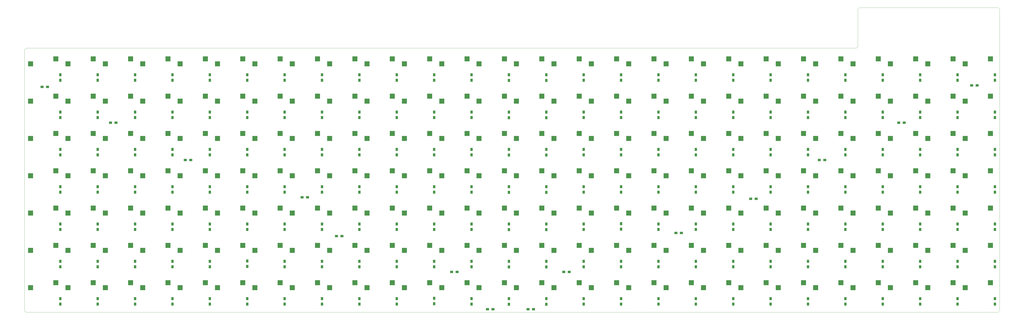
<source format=gbr>
%TF.GenerationSoftware,KiCad,Pcbnew,(6.0.5)*%
%TF.CreationDate,2022-08-07T16:14:43-07:00*%
%TF.ProjectId,Dreadnoughtus,44726561-646e-46f7-9567-687475732e6b,rev?*%
%TF.SameCoordinates,Original*%
%TF.FileFunction,Paste,Bot*%
%TF.FilePolarity,Positive*%
%FSLAX46Y46*%
G04 Gerber Fmt 4.6, Leading zero omitted, Abs format (unit mm)*
G04 Created by KiCad (PCBNEW (6.0.5)) date 2022-08-07 16:14:43*
%MOMM*%
%LPD*%
G01*
G04 APERTURE LIST*
%TA.AperFunction,Profile*%
%ADD10C,0.100000*%
%TD*%
%ADD11R,2.550000X2.500000*%
%ADD12R,1.200000X1.600000*%
%ADD13R,1.600000X1.200000*%
G04 APERTURE END LIST*
D10*
X519659124Y-18646947D02*
X519659124Y-172634447D01*
X518865374Y-173428197D01*
X23565374Y-173428197D01*
X22771624Y-172634447D01*
X22771624Y-39284447D01*
X23565374Y-38490697D01*
X446634124Y-38490697D01*
X447427874Y-37696947D01*
X447427874Y-18646947D01*
X448221624Y-17853197D01*
X518865374Y-17853197D01*
X519659124Y-18646947D01*
D11*
%TO.C,MX131*%
X140146624Y-141836947D03*
X153073624Y-139296947D03*
%TD*%
%TO.C,MX53*%
X387796624Y-122786947D03*
X400723624Y-120246947D03*
%TD*%
%TO.C,MX92*%
X273481318Y-65651098D03*
X286408318Y-63111098D03*
%TD*%
D12*
%TO.C,D80*%
X326777874Y-109321947D03*
X326777874Y-112121947D03*
%TD*%
D11*
%TO.C,MX130*%
X140146624Y-122786947D03*
X153073624Y-120246947D03*
%TD*%
D12*
%TO.C,D102*%
X231527874Y-128371947D03*
X231527874Y-131171947D03*
%TD*%
D11*
%TO.C,MX129*%
X140146624Y-103736947D03*
X153073624Y-101196947D03*
%TD*%
%TO.C,MX155*%
X63946624Y-65636947D03*
X76873624Y-63096947D03*
%TD*%
%TO.C,MX1*%
X483046624Y-65636947D03*
X495973624Y-63096947D03*
%TD*%
D12*
%TO.C,D178*%
X60077874Y-109321947D03*
X60077874Y-112121947D03*
%TD*%
%TO.C,D177*%
X60077874Y-90271947D03*
X60077874Y-93071947D03*
%TD*%
%TO.C,D140*%
X117227874Y-52171947D03*
X117227874Y-54971947D03*
%TD*%
%TO.C,D137*%
X174377874Y-128371947D03*
X174377874Y-131171947D03*
%TD*%
D11*
%TO.C,MX181*%
X44896624Y-160886947D03*
X57823624Y-158346947D03*
%TD*%
%TO.C,MX124*%
X197296624Y-141836947D03*
X210223624Y-139296947D03*
%TD*%
D13*
%TO.C,D212*%
X104715374Y-95640697D03*
X107515374Y-95640697D03*
%TD*%
D12*
%TO.C,D62*%
X345827874Y-166471947D03*
X345827874Y-169271947D03*
%TD*%
%TO.C,D131*%
X155327874Y-147421947D03*
X155327874Y-150221947D03*
%TD*%
D11*
%TO.C,MX18*%
X444946624Y-122786947D03*
X457873624Y-120246947D03*
%TD*%
%TO.C,MX178*%
X44896624Y-103736947D03*
X57823624Y-101196947D03*
%TD*%
%TO.C,MX134*%
X159196624Y-65636947D03*
X172123624Y-63096947D03*
%TD*%
%TO.C,MX109*%
X235396624Y-122786947D03*
X248323624Y-120246947D03*
%TD*%
D12*
%TO.C,D153*%
X136277874Y-166471947D03*
X136277874Y-169271947D03*
%TD*%
%TO.C,D54*%
X402977874Y-147421947D03*
X402977874Y-150221947D03*
%TD*%
%TO.C,D129*%
X155327874Y-109321947D03*
X155327874Y-112121947D03*
%TD*%
%TO.C,D2*%
X498227874Y-90271947D03*
X498227874Y-93071947D03*
%TD*%
%TO.C,D52*%
X402977874Y-109321947D03*
X402977874Y-112121947D03*
%TD*%
D11*
%TO.C,MX33*%
X406846624Y-141836947D03*
X419773624Y-139296947D03*
%TD*%
D12*
%TO.C,D4*%
X498227874Y-128371947D03*
X498227874Y-131171947D03*
%TD*%
%TO.C,D90*%
X269612568Y-166486098D03*
X269612568Y-169286098D03*
%TD*%
%TO.C,D72*%
X307727874Y-90271947D03*
X307727874Y-93071947D03*
%TD*%
%TO.C,D139*%
X174377874Y-166471947D03*
X174377874Y-169271947D03*
%TD*%
%TO.C,D24*%
X479177874Y-109321947D03*
X479177874Y-112121947D03*
%TD*%
D11*
%TO.C,MX7*%
X502096624Y-46586947D03*
X515023624Y-44046947D03*
%TD*%
%TO.C,MX81*%
X311596624Y-122786947D03*
X324523624Y-120246947D03*
%TD*%
D12*
%TO.C,D157*%
X79127874Y-109321947D03*
X79127874Y-112121947D03*
%TD*%
%TO.C,D22*%
X479177874Y-71221947D03*
X479177874Y-74021947D03*
%TD*%
D11*
%TO.C,MX105*%
X235396624Y-46586947D03*
X248323624Y-44046947D03*
%TD*%
%TO.C,MX48*%
X368746624Y-160886947D03*
X381673624Y-158346947D03*
%TD*%
D12*
%TO.C,D1*%
X498227874Y-71221947D03*
X498227874Y-74021947D03*
%TD*%
D11*
%TO.C,MX32*%
X406846624Y-122786947D03*
X419773624Y-120246947D03*
%TD*%
%TO.C,MX150*%
X121096624Y-103736947D03*
X134023624Y-101196947D03*
%TD*%
D12*
%TO.C,D95*%
X288662568Y-128386098D03*
X288662568Y-131186098D03*
%TD*%
D11*
%TO.C,MX91*%
X273481318Y-46601098D03*
X286408318Y-44061098D03*
%TD*%
%TO.C,MX161*%
X82996624Y-46586947D03*
X95923624Y-44046947D03*
%TD*%
%TO.C,MX37*%
X425896624Y-84686947D03*
X438823624Y-82146947D03*
%TD*%
%TO.C,MX117*%
X178246624Y-141836947D03*
X191173624Y-139296947D03*
%TD*%
%TO.C,MX5*%
X483046624Y-141836947D03*
X495973624Y-139296947D03*
%TD*%
%TO.C,MX50*%
X387796624Y-65636947D03*
X400723624Y-63096947D03*
%TD*%
%TO.C,MX140*%
X102046624Y-46586947D03*
X114973624Y-44046947D03*
%TD*%
D12*
%TO.C,D147*%
X136277874Y-52171947D03*
X136277874Y-54971947D03*
%TD*%
D11*
%TO.C,MX144*%
X102046624Y-122786947D03*
X114973624Y-120246947D03*
%TD*%
%TO.C,MX71*%
X292546624Y-65636947D03*
X305473624Y-63096947D03*
%TD*%
%TO.C,MX47*%
X368746624Y-141836947D03*
X381673624Y-139296947D03*
%TD*%
D12*
%TO.C,D64*%
X364877874Y-71221947D03*
X364877874Y-74021947D03*
%TD*%
%TO.C,D70*%
X307727874Y-52171947D03*
X307727874Y-54971947D03*
%TD*%
%TO.C,D181*%
X60077874Y-166471947D03*
X60077874Y-169271947D03*
%TD*%
D11*
%TO.C,MX65*%
X349696624Y-84686947D03*
X362623624Y-82146947D03*
%TD*%
%TO.C,MX86*%
X254431318Y-84701098D03*
X267358318Y-82161098D03*
%TD*%
%TO.C,MX112*%
X178246624Y-46586947D03*
X191173624Y-44046947D03*
%TD*%
%TO.C,MX12*%
X502096624Y-141836947D03*
X515023624Y-139296947D03*
%TD*%
D12*
%TO.C,D47*%
X383927874Y-147421947D03*
X383927874Y-150221947D03*
%TD*%
%TO.C,D49*%
X402977874Y-52171947D03*
X402977874Y-54971947D03*
%TD*%
%TO.C,D63*%
X364877874Y-52171947D03*
X364877874Y-54971947D03*
%TD*%
%TO.C,D40*%
X441077874Y-147421947D03*
X441077874Y-150221947D03*
%TD*%
D11*
%TO.C,MX30*%
X406846624Y-84686947D03*
X419773624Y-82146947D03*
%TD*%
%TO.C,MX25*%
X463996624Y-122786947D03*
X476923624Y-120246947D03*
%TD*%
D12*
%TO.C,D132*%
X155327874Y-166471947D03*
X155327874Y-169271947D03*
%TD*%
%TO.C,D115*%
X193427874Y-109321947D03*
X193427874Y-112121947D03*
%TD*%
%TO.C,D16*%
X460127874Y-90271947D03*
X460127874Y-93071947D03*
%TD*%
%TO.C,D3*%
X498227874Y-109321947D03*
X498227874Y-112121947D03*
%TD*%
D11*
%TO.C,MX35*%
X425896624Y-46586947D03*
X438823624Y-44046947D03*
%TD*%
%TO.C,MX149*%
X121096624Y-84686947D03*
X134023624Y-82146947D03*
%TD*%
%TO.C,MX108*%
X235396624Y-103736947D03*
X248323624Y-101196947D03*
%TD*%
D12*
%TO.C,D55*%
X402977874Y-166471947D03*
X402977874Y-169271947D03*
%TD*%
%TO.C,D5*%
X498227874Y-147421947D03*
X498227874Y-150221947D03*
%TD*%
D11*
%TO.C,MX158*%
X63946624Y-122786947D03*
X76873624Y-120246947D03*
%TD*%
D13*
%TO.C,D214*%
X34490374Y-58334447D03*
X31690374Y-58334447D03*
%TD*%
D11*
%TO.C,MX13*%
X502096624Y-160886947D03*
X515023624Y-158346947D03*
%TD*%
D12*
%TO.C,D31*%
X422027874Y-109321947D03*
X422027874Y-112121947D03*
%TD*%
%TO.C,D92*%
X288662568Y-71236098D03*
X288662568Y-74036098D03*
%TD*%
D11*
%TO.C,MX154*%
X63946624Y-46586947D03*
X76873624Y-44046947D03*
%TD*%
D12*
%TO.C,D36*%
X441077874Y-71221947D03*
X441077874Y-74021947D03*
%TD*%
%TO.C,D84*%
X269612568Y-52186098D03*
X269612568Y-54986098D03*
%TD*%
%TO.C,D67*%
X364877874Y-128371947D03*
X364877874Y-131171947D03*
%TD*%
D11*
%TO.C,MX63*%
X349696624Y-46586947D03*
X362623624Y-44046947D03*
%TD*%
D12*
%TO.C,D78*%
X326777874Y-71221947D03*
X326777874Y-74021947D03*
%TD*%
%TO.C,D27*%
X479177874Y-166471947D03*
X479177874Y-169271947D03*
%TD*%
%TO.C,D106*%
X250577874Y-71221947D03*
X250577874Y-74021947D03*
%TD*%
D11*
%TO.C,MX122*%
X197296624Y-103736947D03*
X210223624Y-101196947D03*
%TD*%
D12*
%TO.C,D165*%
X98177874Y-128371947D03*
X98177874Y-131171947D03*
%TD*%
%TO.C,D89*%
X269612568Y-147436098D03*
X269612568Y-150236098D03*
%TD*%
D11*
%TO.C,MX113*%
X178246624Y-65636947D03*
X191173624Y-63096947D03*
%TD*%
%TO.C,MX101*%
X216346624Y-103736947D03*
X229273624Y-101196947D03*
%TD*%
D12*
%TO.C,D96*%
X288662568Y-147436098D03*
X288662568Y-150236098D03*
%TD*%
%TO.C,D0*%
X498227874Y-52171947D03*
X498227874Y-54971947D03*
%TD*%
%TO.C,D108*%
X250577874Y-109321947D03*
X250577874Y-112121947D03*
%TD*%
D11*
%TO.C,MX40*%
X425896624Y-141836947D03*
X438823624Y-139296947D03*
%TD*%
D12*
%TO.C,D83*%
X326777874Y-166471947D03*
X326777874Y-169271947D03*
%TD*%
D11*
%TO.C,MX165*%
X82996624Y-122786947D03*
X95923624Y-120246947D03*
%TD*%
%TO.C,MX46*%
X368746624Y-122786947D03*
X381673624Y-120246947D03*
%TD*%
%TO.C,MX80*%
X311596624Y-103736947D03*
X324523624Y-101196947D03*
%TD*%
%TO.C,MX151*%
X121096624Y-122786947D03*
X134023624Y-120246947D03*
%TD*%
%TO.C,MX99*%
X216346624Y-65636947D03*
X229273624Y-63096947D03*
%TD*%
D12*
%TO.C,D28*%
X422027874Y-52171947D03*
X422027874Y-54971947D03*
%TD*%
D11*
%TO.C,MX164*%
X82996624Y-103736947D03*
X95923624Y-101196947D03*
%TD*%
D13*
%TO.C,D213*%
X66615374Y-76590697D03*
X69415374Y-76590697D03*
%TD*%
D12*
%TO.C,D104*%
X231527874Y-166284447D03*
X231527874Y-169084447D03*
%TD*%
D11*
%TO.C,MX14*%
X444946624Y-46586947D03*
X457873624Y-44046947D03*
%TD*%
%TO.C,MX44*%
X368746624Y-84686947D03*
X381673624Y-82146947D03*
%TD*%
%TO.C,MX74*%
X292546624Y-122786947D03*
X305473624Y-120246947D03*
%TD*%
%TO.C,MX23*%
X463996624Y-84686947D03*
X476923624Y-82146947D03*
%TD*%
D12*
%TO.C,D125*%
X212477874Y-166471947D03*
X212477874Y-169271947D03*
%TD*%
D11*
%TO.C,MX24*%
X463996624Y-103736947D03*
X476923624Y-101196947D03*
%TD*%
D12*
%TO.C,D121*%
X212477874Y-90271947D03*
X212477874Y-93071947D03*
%TD*%
D11*
%TO.C,MX4*%
X483046624Y-122786947D03*
X495973624Y-120246947D03*
%TD*%
D12*
%TO.C,D23*%
X479177874Y-90271947D03*
X479177874Y-93071947D03*
%TD*%
D11*
%TO.C,MX93*%
X273481318Y-84701098D03*
X286408318Y-82161098D03*
%TD*%
%TO.C,MX66*%
X349696624Y-103736947D03*
X362623624Y-101196947D03*
%TD*%
%TO.C,MX87*%
X254431318Y-103751098D03*
X267358318Y-101211098D03*
%TD*%
D12*
%TO.C,D117*%
X193427874Y-147421947D03*
X193427874Y-150221947D03*
%TD*%
D11*
%TO.C,MX79*%
X311596624Y-84686947D03*
X324523624Y-82146947D03*
%TD*%
D12*
%TO.C,D8*%
X517277874Y-71221947D03*
X517277874Y-74021947D03*
%TD*%
%TO.C,D33*%
X422027874Y-147421947D03*
X422027874Y-150221947D03*
%TD*%
%TO.C,D35*%
X441077874Y-52171947D03*
X441077874Y-54971947D03*
%TD*%
D11*
%TO.C,MX15*%
X444946624Y-65636947D03*
X457873624Y-63096947D03*
%TD*%
D12*
%TO.C,D164*%
X98177874Y-109321947D03*
X98177874Y-112121947D03*
%TD*%
D11*
%TO.C,MX75*%
X292546624Y-141836947D03*
X305473624Y-139296947D03*
%TD*%
%TO.C,MX116*%
X178246624Y-122786947D03*
X191173624Y-120246947D03*
%TD*%
%TO.C,MX120*%
X197296624Y-65636947D03*
X210223624Y-63096947D03*
%TD*%
%TO.C,MX115*%
X178246624Y-103736947D03*
X191173624Y-101196947D03*
%TD*%
D12*
%TO.C,D19*%
X460127874Y-147421947D03*
X460127874Y-150221947D03*
%TD*%
D11*
%TO.C,MX3*%
X483046624Y-103736947D03*
X495973624Y-101196947D03*
%TD*%
%TO.C,MX90*%
X254431318Y-160901098D03*
X267358318Y-158361098D03*
%TD*%
D12*
%TO.C,D174*%
X41027874Y-166471947D03*
X41027874Y-169271947D03*
%TD*%
D13*
%TO.C,D202*%
X468252874Y-76590697D03*
X471052874Y-76590697D03*
%TD*%
D11*
%TO.C,MX153*%
X121096624Y-160886947D03*
X134023624Y-158346947D03*
%TD*%
%TO.C,MX159*%
X63946624Y-141836947D03*
X76873624Y-139296947D03*
%TD*%
%TO.C,MX167*%
X82996624Y-160886947D03*
X95923624Y-158346947D03*
%TD*%
%TO.C,MX51*%
X387796624Y-84686947D03*
X400723624Y-82146947D03*
%TD*%
D12*
%TO.C,D161*%
X98177874Y-52171947D03*
X98177874Y-54971947D03*
%TD*%
%TO.C,D38*%
X441077874Y-109321947D03*
X441077874Y-112121947D03*
%TD*%
D11*
%TO.C,MX162*%
X82996624Y-65636947D03*
X95923624Y-63096947D03*
%TD*%
%TO.C,MX54*%
X387796624Y-141836947D03*
X400723624Y-139296947D03*
%TD*%
D12*
%TO.C,D101*%
X231527874Y-109321947D03*
X231527874Y-112121947D03*
%TD*%
%TO.C,D65*%
X364877874Y-90271947D03*
X364877874Y-93071947D03*
%TD*%
D11*
%TO.C,MX20*%
X444946624Y-160886947D03*
X457873624Y-158346947D03*
%TD*%
%TO.C,MX21*%
X463996624Y-46586947D03*
X476923624Y-44046947D03*
%TD*%
D12*
%TO.C,D136*%
X174377874Y-109321947D03*
X174377874Y-112121947D03*
%TD*%
D11*
%TO.C,MX176*%
X44896624Y-65636947D03*
X57823624Y-63096947D03*
%TD*%
D12*
%TO.C,D122*%
X212477874Y-109321947D03*
X212477874Y-112121947D03*
%TD*%
D11*
%TO.C,MX11*%
X502096624Y-122786947D03*
X515023624Y-120246947D03*
%TD*%
%TO.C,MX141*%
X102046624Y-65636947D03*
X114973624Y-63096947D03*
%TD*%
%TO.C,MX49*%
X387796624Y-46586947D03*
X400723624Y-44046947D03*
%TD*%
%TO.C,MX142*%
X102046624Y-84686947D03*
X114973624Y-82146947D03*
%TD*%
%TO.C,MX6*%
X483046624Y-160886947D03*
X495973624Y-158346947D03*
%TD*%
%TO.C,MX59*%
X330646624Y-103736947D03*
X343573624Y-101196947D03*
%TD*%
%TO.C,MX36*%
X425896624Y-65636947D03*
X438823624Y-63096947D03*
%TD*%
D12*
%TO.C,D59*%
X345827874Y-109321947D03*
X345827874Y-112121947D03*
%TD*%
%TO.C,D172*%
X41027874Y-128371947D03*
X41027874Y-131171947D03*
%TD*%
D11*
%TO.C,MX95*%
X273481318Y-122801098D03*
X286408318Y-120261098D03*
%TD*%
D12*
%TO.C,D32*%
X422027874Y-128371947D03*
X422027874Y-131171947D03*
%TD*%
%TO.C,D155*%
X79127874Y-71221947D03*
X79127874Y-74021947D03*
%TD*%
%TO.C,D76*%
X307727874Y-166471947D03*
X307727874Y-169271947D03*
%TD*%
D11*
%TO.C,MX82*%
X311596624Y-141836947D03*
X324523624Y-139296947D03*
%TD*%
D12*
%TO.C,D94*%
X288662568Y-109336098D03*
X288662568Y-112136098D03*
%TD*%
%TO.C,D168*%
X41027874Y-52171947D03*
X41027874Y-54971947D03*
%TD*%
%TO.C,D171*%
X41027874Y-109321947D03*
X41027874Y-112121947D03*
%TD*%
D11*
%TO.C,MX17*%
X444946624Y-103736947D03*
X457873624Y-101196947D03*
%TD*%
D12*
%TO.C,D93*%
X288662568Y-90286098D03*
X288662568Y-93086098D03*
%TD*%
%TO.C,D113*%
X193427874Y-71221947D03*
X193427874Y-74021947D03*
%TD*%
D11*
%TO.C,MX10*%
X502096624Y-103736947D03*
X515023624Y-101196947D03*
%TD*%
%TO.C,MX77*%
X311596624Y-46586947D03*
X324523624Y-44046947D03*
%TD*%
D12*
%TO.C,D130*%
X155327874Y-128371947D03*
X155327874Y-131171947D03*
%TD*%
D11*
%TO.C,MX55*%
X387796624Y-160886947D03*
X400723624Y-158346947D03*
%TD*%
D12*
%TO.C,D91*%
X288662568Y-52186098D03*
X288662568Y-54986098D03*
%TD*%
D11*
%TO.C,MX148*%
X121096624Y-65636947D03*
X134023624Y-63096947D03*
%TD*%
%TO.C,MX132*%
X140146624Y-160886947D03*
X153073624Y-158346947D03*
%TD*%
%TO.C,MX88*%
X254431318Y-122801098D03*
X267358318Y-120261098D03*
%TD*%
D12*
%TO.C,D111*%
X250577874Y-166471947D03*
X250577874Y-169271947D03*
%TD*%
%TO.C,D123*%
X212477874Y-128371947D03*
X212477874Y-131171947D03*
%TD*%
D11*
%TO.C,MX72*%
X292546624Y-84686947D03*
X305473624Y-82146947D03*
%TD*%
D12*
%TO.C,D179*%
X60077874Y-128371947D03*
X60077874Y-131171947D03*
%TD*%
D11*
%TO.C,MX127*%
X140146624Y-65636947D03*
X153073624Y-63096947D03*
%TD*%
D13*
%TO.C,D209*%
X243246624Y-152790697D03*
X240446624Y-152790697D03*
%TD*%
D11*
%TO.C,MX76*%
X292546624Y-160886947D03*
X305473624Y-158346947D03*
%TD*%
D12*
%TO.C,D112*%
X193427874Y-52171947D03*
X193427874Y-54971947D03*
%TD*%
%TO.C,D150*%
X136277874Y-109321947D03*
X136277874Y-112121947D03*
%TD*%
%TO.C,D15*%
X460127874Y-71221947D03*
X460127874Y-74021947D03*
%TD*%
D11*
%TO.C,MX170*%
X25846624Y-84686947D03*
X38773624Y-82146947D03*
%TD*%
D12*
%TO.C,D86*%
X269612568Y-90286098D03*
X269612568Y-93086098D03*
%TD*%
D11*
%TO.C,MX125*%
X197296624Y-160886947D03*
X210223624Y-158346947D03*
%TD*%
D13*
%TO.C,D201*%
X505440374Y-57540697D03*
X508240374Y-57540697D03*
%TD*%
D11*
%TO.C,MX52*%
X387796624Y-103736947D03*
X400723624Y-101196947D03*
%TD*%
D12*
%TO.C,D73*%
X307727874Y-109321947D03*
X307727874Y-112121947D03*
%TD*%
D11*
%TO.C,MX166*%
X82996624Y-141836947D03*
X95923624Y-139296947D03*
%TD*%
%TO.C,MX60*%
X330646624Y-122786947D03*
X343573624Y-120246947D03*
%TD*%
%TO.C,MX157*%
X63946624Y-103736947D03*
X76873624Y-101196947D03*
%TD*%
%TO.C,MX61*%
X330646624Y-141836947D03*
X343573624Y-139296947D03*
%TD*%
D12*
%TO.C,D75*%
X307727874Y-147421947D03*
X307727874Y-150221947D03*
%TD*%
D11*
%TO.C,MX121*%
X197296624Y-84686947D03*
X210223624Y-82146947D03*
%TD*%
%TO.C,MX152*%
X121096624Y-141836947D03*
X134023624Y-139296947D03*
%TD*%
%TO.C,MX62*%
X330646624Y-160886947D03*
X343573624Y-158346947D03*
%TD*%
D13*
%TO.C,D206*%
X300396624Y-152790697D03*
X297596624Y-152790697D03*
%TD*%
D12*
%TO.C,D133*%
X174377874Y-52171947D03*
X174377874Y-54971947D03*
%TD*%
%TO.C,D13*%
X517277874Y-166471947D03*
X517277874Y-169271947D03*
%TD*%
D11*
%TO.C,MX146*%
X102046624Y-160886947D03*
X114973624Y-158346947D03*
%TD*%
%TO.C,MX102*%
X216346624Y-122786947D03*
X229273624Y-120246947D03*
%TD*%
D12*
%TO.C,D126*%
X155327874Y-52171947D03*
X155327874Y-54971947D03*
%TD*%
D11*
%TO.C,MX41*%
X425896624Y-160886947D03*
X438823624Y-158346947D03*
%TD*%
%TO.C,MX133*%
X159196624Y-46586947D03*
X172123624Y-44046947D03*
%TD*%
D12*
%TO.C,D12*%
X517277874Y-147421947D03*
X517277874Y-150221947D03*
%TD*%
D11*
%TO.C,MX163*%
X82996624Y-84686947D03*
X95923624Y-82146947D03*
%TD*%
D12*
%TO.C,D105*%
X250577874Y-52171947D03*
X250577874Y-54971947D03*
%TD*%
%TO.C,D79*%
X326777874Y-90271947D03*
X326777874Y-93071947D03*
%TD*%
%TO.C,D148*%
X136277874Y-71221947D03*
X136277874Y-74021947D03*
%TD*%
%TO.C,D74*%
X307727874Y-128371947D03*
X307727874Y-131171947D03*
%TD*%
%TO.C,D166*%
X98177874Y-147421947D03*
X98177874Y-150221947D03*
%TD*%
%TO.C,D156*%
X79127874Y-90271947D03*
X79127874Y-93071947D03*
%TD*%
D11*
%TO.C,MX43*%
X368746624Y-65636947D03*
X381673624Y-63096947D03*
%TD*%
D12*
%TO.C,D149*%
X136277874Y-90271947D03*
X136277874Y-93071947D03*
%TD*%
D11*
%TO.C,MX171*%
X25846624Y-103736947D03*
X38773624Y-101196947D03*
%TD*%
D12*
%TO.C,D53*%
X402977874Y-128371947D03*
X402977874Y-131171947D03*
%TD*%
%TO.C,D30*%
X422027874Y-90271947D03*
X422027874Y-93071947D03*
%TD*%
%TO.C,D98*%
X231527874Y-52171947D03*
X231527874Y-54971947D03*
%TD*%
%TO.C,D39*%
X441077874Y-128371947D03*
X441077874Y-131171947D03*
%TD*%
%TO.C,D134*%
X174377874Y-71221947D03*
X174377874Y-74021947D03*
%TD*%
D11*
%TO.C,MX119*%
X197296624Y-46586947D03*
X210223624Y-44046947D03*
%TD*%
D12*
%TO.C,D176*%
X60077874Y-71221947D03*
X60077874Y-74021947D03*
%TD*%
D13*
%TO.C,D210*%
X181709124Y-134534447D03*
X184509124Y-134534447D03*
%TD*%
D11*
%TO.C,MX107*%
X235396624Y-84686947D03*
X248323624Y-82146947D03*
%TD*%
%TO.C,MX70*%
X292546624Y-46586947D03*
X305473624Y-44046947D03*
%TD*%
%TO.C,MX69*%
X349696624Y-160886947D03*
X362623624Y-158346947D03*
%TD*%
%TO.C,MX78*%
X311596624Y-65636947D03*
X324523624Y-63096947D03*
%TD*%
D12*
%TO.C,D158*%
X79127874Y-128371947D03*
X79127874Y-131171947D03*
%TD*%
D11*
%TO.C,MX173*%
X25846624Y-141836947D03*
X38773624Y-139296947D03*
%TD*%
%TO.C,MX145*%
X102046624Y-141836947D03*
X114973624Y-139296947D03*
%TD*%
%TO.C,MX100*%
X216346624Y-84686947D03*
X229273624Y-82146947D03*
%TD*%
%TO.C,MX28*%
X406846624Y-46586947D03*
X419773624Y-44046947D03*
%TD*%
D12*
%TO.C,D69*%
X364877874Y-166471947D03*
X364877874Y-169271947D03*
%TD*%
D11*
%TO.C,MX147*%
X121096624Y-46586947D03*
X134023624Y-44046947D03*
%TD*%
%TO.C,MX8*%
X502096624Y-65636947D03*
X515023624Y-63096947D03*
%TD*%
D12*
%TO.C,D99*%
X231527874Y-71221947D03*
X231527874Y-74021947D03*
%TD*%
D11*
%TO.C,MX34*%
X406846624Y-160886947D03*
X419773624Y-158346947D03*
%TD*%
D12*
%TO.C,D144*%
X117227874Y-128371947D03*
X117227874Y-131171947D03*
%TD*%
D11*
%TO.C,MX97*%
X273481318Y-160901098D03*
X286408318Y-158361098D03*
%TD*%
D12*
%TO.C,D109*%
X250577874Y-128371947D03*
X250577874Y-131171947D03*
%TD*%
%TO.C,D7*%
X517277874Y-52171947D03*
X517277874Y-54971947D03*
%TD*%
%TO.C,D14*%
X460127874Y-52171947D03*
X460127874Y-54971947D03*
%TD*%
%TO.C,D26*%
X479177874Y-147421947D03*
X479177874Y-150221947D03*
%TD*%
D11*
%TO.C,MX111*%
X235396624Y-160886947D03*
X248323624Y-158346947D03*
%TD*%
D12*
%TO.C,D71*%
X307727874Y-71221947D03*
X307727874Y-74021947D03*
%TD*%
%TO.C,D143*%
X117227874Y-109321947D03*
X117227874Y-112121947D03*
%TD*%
D11*
%TO.C,MX110*%
X235396624Y-141836947D03*
X248323624Y-139296947D03*
%TD*%
%TO.C,MX56*%
X330646624Y-46586947D03*
X343573624Y-44046947D03*
%TD*%
D12*
%TO.C,D118*%
X193427874Y-166471947D03*
X193427874Y-169271947D03*
%TD*%
D13*
%TO.C,D211*%
X164246624Y-114690697D03*
X167046624Y-114690697D03*
%TD*%
D11*
%TO.C,MX58*%
X330646624Y-84686947D03*
X343573624Y-82146947D03*
%TD*%
D12*
%TO.C,D45*%
X383927874Y-109321947D03*
X383927874Y-112121947D03*
%TD*%
%TO.C,D60*%
X345827874Y-128371947D03*
X345827874Y-131171947D03*
%TD*%
%TO.C,D120*%
X212477874Y-71221947D03*
X212477874Y-74021947D03*
%TD*%
D11*
%TO.C,MX180*%
X44896624Y-141836947D03*
X57823624Y-139296947D03*
%TD*%
D12*
%TO.C,D159*%
X79127874Y-147421947D03*
X79127874Y-150221947D03*
%TD*%
%TO.C,D10*%
X517277874Y-109321947D03*
X517277874Y-112121947D03*
%TD*%
%TO.C,D103*%
X231527874Y-147421947D03*
X231527874Y-150221947D03*
%TD*%
D11*
%TO.C,MX169*%
X25846624Y-65636947D03*
X38773624Y-63096947D03*
%TD*%
D12*
%TO.C,D116*%
X193427874Y-128371947D03*
X193427874Y-131171947D03*
%TD*%
%TO.C,D25*%
X479177874Y-128371947D03*
X479177874Y-131171947D03*
%TD*%
D11*
%TO.C,MX136*%
X159196624Y-103736947D03*
X172123624Y-101196947D03*
%TD*%
D12*
%TO.C,D145*%
X117227874Y-147421947D03*
X117227874Y-150221947D03*
%TD*%
D11*
%TO.C,MX2*%
X483046624Y-84686947D03*
X495973624Y-82146947D03*
%TD*%
%TO.C,MX156*%
X63946624Y-84686947D03*
X76873624Y-82146947D03*
%TD*%
%TO.C,MX68*%
X349696624Y-141836947D03*
X362623624Y-139296947D03*
%TD*%
D12*
%TO.C,D50*%
X402977874Y-71221947D03*
X402977874Y-74021947D03*
%TD*%
%TO.C,D152*%
X136277874Y-147234447D03*
X136277874Y-150034447D03*
%TD*%
%TO.C,D175*%
X60077874Y-52171947D03*
X60077874Y-54971947D03*
%TD*%
%TO.C,D77*%
X326777874Y-52171947D03*
X326777874Y-54971947D03*
%TD*%
%TO.C,D138*%
X174377874Y-147421947D03*
X174377874Y-150221947D03*
%TD*%
D11*
%TO.C,MX73*%
X292546624Y-103736947D03*
X305473624Y-101196947D03*
%TD*%
%TO.C,MX84*%
X254431318Y-46601098D03*
X267358318Y-44061098D03*
%TD*%
%TO.C,MX135*%
X159196624Y-84686947D03*
X172123624Y-82146947D03*
%TD*%
%TO.C,MX114*%
X178246624Y-84686947D03*
X191173624Y-82146947D03*
%TD*%
D12*
%TO.C,D43*%
X383927874Y-71221947D03*
X383927874Y-74021947D03*
%TD*%
%TO.C,D17*%
X460127874Y-109321947D03*
X460127874Y-112121947D03*
%TD*%
D11*
%TO.C,MX168*%
X25846624Y-46586947D03*
X38773624Y-44046947D03*
%TD*%
D12*
%TO.C,D87*%
X269612568Y-109336098D03*
X269612568Y-112136098D03*
%TD*%
D11*
%TO.C,MX177*%
X44896624Y-84686947D03*
X57823624Y-82146947D03*
%TD*%
D12*
%TO.C,D37*%
X441077874Y-90271947D03*
X441077874Y-93071947D03*
%TD*%
D11*
%TO.C,MX98*%
X216346624Y-46586947D03*
X229273624Y-44046947D03*
%TD*%
D12*
%TO.C,D163*%
X98177874Y-90271947D03*
X98177874Y-93071947D03*
%TD*%
%TO.C,D29*%
X422027874Y-71221947D03*
X422027874Y-74021947D03*
%TD*%
D11*
%TO.C,MX174*%
X25846624Y-160886947D03*
X38773624Y-158346947D03*
%TD*%
D13*
%TO.C,D205*%
X354746624Y-132946947D03*
X357546624Y-132946947D03*
%TD*%
D12*
%TO.C,D18*%
X460127874Y-128371947D03*
X460127874Y-131171947D03*
%TD*%
%TO.C,D170*%
X41027874Y-90271947D03*
X41027874Y-93071947D03*
%TD*%
%TO.C,D114*%
X193427874Y-90271947D03*
X193427874Y-93071947D03*
%TD*%
D13*
%TO.C,D204*%
X392846624Y-115484447D03*
X395646624Y-115484447D03*
%TD*%
D12*
%TO.C,D154*%
X79127874Y-52171947D03*
X79127874Y-54971947D03*
%TD*%
D11*
%TO.C,MX38*%
X425896624Y-103736947D03*
X438823624Y-101196947D03*
%TD*%
%TO.C,MX64*%
X349696624Y-65636947D03*
X362623624Y-63096947D03*
%TD*%
D12*
%TO.C,D162*%
X98177874Y-71221947D03*
X98177874Y-74021947D03*
%TD*%
D11*
%TO.C,MX94*%
X273481318Y-103751098D03*
X286408318Y-101211098D03*
%TD*%
D13*
%TO.C,D203*%
X427771624Y-95640697D03*
X430571624Y-95640697D03*
%TD*%
D12*
%TO.C,D68*%
X364877874Y-147421947D03*
X364877874Y-150221947D03*
%TD*%
%TO.C,D124*%
X212477874Y-147421947D03*
X212477874Y-150221947D03*
%TD*%
%TO.C,D21*%
X479177874Y-52171947D03*
X479177874Y-54971947D03*
%TD*%
%TO.C,D169*%
X41027874Y-71221947D03*
X41027874Y-74021947D03*
%TD*%
%TO.C,D127*%
X155327874Y-71221947D03*
X155327874Y-74021947D03*
%TD*%
D11*
%TO.C,MX106*%
X235396624Y-65636947D03*
X248323624Y-63096947D03*
%TD*%
D12*
%TO.C,D97*%
X288662568Y-166486098D03*
X288662568Y-169286098D03*
%TD*%
%TO.C,D173*%
X41027874Y-147421947D03*
X41027874Y-150221947D03*
%TD*%
D11*
%TO.C,MX104*%
X216346624Y-160886947D03*
X229273624Y-158346947D03*
%TD*%
%TO.C,MX29*%
X406846624Y-65636947D03*
X419773624Y-63096947D03*
%TD*%
D12*
%TO.C,D151*%
X136277874Y-128371947D03*
X136277874Y-131171947D03*
%TD*%
%TO.C,D41*%
X441077874Y-166471947D03*
X441077874Y-169271947D03*
%TD*%
D13*
%TO.C,D207*%
X279340374Y-171840697D03*
X282140374Y-171840697D03*
%TD*%
D11*
%TO.C,MX0*%
X483046624Y-46586947D03*
X495973624Y-44046947D03*
%TD*%
D12*
%TO.C,D141*%
X117227874Y-71221947D03*
X117227874Y-74021947D03*
%TD*%
D13*
%TO.C,D208*%
X258702874Y-171840697D03*
X261502874Y-171840697D03*
%TD*%
D11*
%TO.C,MX19*%
X444946624Y-141836947D03*
X457873624Y-139296947D03*
%TD*%
D12*
%TO.C,D58*%
X345827874Y-90271947D03*
X345827874Y-93071947D03*
%TD*%
%TO.C,D110*%
X250577874Y-147421947D03*
X250577874Y-150221947D03*
%TD*%
D11*
%TO.C,MX39*%
X425896624Y-122786947D03*
X438823624Y-120246947D03*
%TD*%
D12*
%TO.C,D34*%
X422027874Y-166471947D03*
X422027874Y-169271947D03*
%TD*%
D11*
%TO.C,MX27*%
X463996624Y-160886947D03*
X476923624Y-158346947D03*
%TD*%
%TO.C,MX143*%
X102046624Y-103736947D03*
X114973624Y-101196947D03*
%TD*%
%TO.C,MX128*%
X140146624Y-84686947D03*
X153073624Y-82146947D03*
%TD*%
D12*
%TO.C,D20*%
X460127874Y-166471947D03*
X460127874Y-169271947D03*
%TD*%
D11*
%TO.C,MX118*%
X178246624Y-160886947D03*
X191173624Y-158346947D03*
%TD*%
D12*
%TO.C,D135*%
X174377874Y-90271947D03*
X174377874Y-93071947D03*
%TD*%
D11*
%TO.C,MX172*%
X25846624Y-122786947D03*
X38773624Y-120246947D03*
%TD*%
D12*
%TO.C,D119*%
X212477874Y-52171947D03*
X212477874Y-54971947D03*
%TD*%
D11*
%TO.C,MX45*%
X368746624Y-103736947D03*
X381673624Y-101196947D03*
%TD*%
%TO.C,MX89*%
X254431318Y-141851098D03*
X267358318Y-139311098D03*
%TD*%
%TO.C,MX57*%
X330646624Y-65636947D03*
X343573624Y-63096947D03*
%TD*%
%TO.C,MX67*%
X349696624Y-122786947D03*
X362623624Y-120246947D03*
%TD*%
D12*
%TO.C,D57*%
X345827874Y-71221947D03*
X345827874Y-74021947D03*
%TD*%
D11*
%TO.C,MX9*%
X502096624Y-84686947D03*
X515023624Y-82146947D03*
%TD*%
D12*
%TO.C,D88*%
X269612568Y-128386098D03*
X269612568Y-131186098D03*
%TD*%
D11*
%TO.C,MX175*%
X44896624Y-46586947D03*
X57823624Y-44046947D03*
%TD*%
%TO.C,MX22*%
X463996624Y-65636947D03*
X476923624Y-63096947D03*
%TD*%
D12*
%TO.C,D100*%
X231527874Y-90271947D03*
X231527874Y-93071947D03*
%TD*%
%TO.C,D128*%
X155327874Y-90271947D03*
X155327874Y-93071947D03*
%TD*%
D11*
%TO.C,MX31*%
X406846624Y-103736947D03*
X419773624Y-101196947D03*
%TD*%
D12*
%TO.C,D66*%
X364877874Y-109321947D03*
X364877874Y-112121947D03*
%TD*%
%TO.C,D56*%
X345827874Y-52171947D03*
X345827874Y-54971947D03*
%TD*%
D11*
%TO.C,MX123*%
X197296624Y-122786947D03*
X210223624Y-120246947D03*
%TD*%
D12*
%TO.C,D46*%
X383927874Y-128371947D03*
X383927874Y-131171947D03*
%TD*%
%TO.C,D180*%
X60077874Y-147421947D03*
X60077874Y-150221947D03*
%TD*%
%TO.C,D42*%
X383927874Y-52171947D03*
X383927874Y-54971947D03*
%TD*%
D11*
%TO.C,MX85*%
X254431318Y-65651098D03*
X267358318Y-63111098D03*
%TD*%
%TO.C,MX160*%
X63946624Y-160886947D03*
X76873624Y-158346947D03*
%TD*%
%TO.C,MX26*%
X463996624Y-141836947D03*
X476923624Y-139296947D03*
%TD*%
D12*
%TO.C,D61*%
X345827874Y-147421947D03*
X345827874Y-150221947D03*
%TD*%
%TO.C,D81*%
X326777874Y-128184447D03*
X326777874Y-130984447D03*
%TD*%
%TO.C,D44*%
X383927874Y-90271947D03*
X383927874Y-93071947D03*
%TD*%
D11*
%TO.C,MX96*%
X273481318Y-141851098D03*
X286408318Y-139311098D03*
%TD*%
D12*
%TO.C,D160*%
X79127874Y-166471947D03*
X79127874Y-169271947D03*
%TD*%
D11*
%TO.C,MX16*%
X444946624Y-84686947D03*
X457873624Y-82146947D03*
%TD*%
D12*
%TO.C,D107*%
X250577874Y-90271947D03*
X250577874Y-93071947D03*
%TD*%
D11*
%TO.C,MX179*%
X44896624Y-122786947D03*
X57823624Y-120246947D03*
%TD*%
D12*
%TO.C,D9*%
X517277874Y-90271947D03*
X517277874Y-93071947D03*
%TD*%
%TO.C,D51*%
X402977874Y-90271947D03*
X402977874Y-93071947D03*
%TD*%
%TO.C,D11*%
X517277874Y-128371947D03*
X517277874Y-131171947D03*
%TD*%
D11*
%TO.C,MX42*%
X368746624Y-46586947D03*
X381673624Y-44046947D03*
%TD*%
%TO.C,MX83*%
X311596624Y-160886947D03*
X324523624Y-158346947D03*
%TD*%
D12*
%TO.C,D167*%
X98177874Y-166471947D03*
X98177874Y-169271947D03*
%TD*%
D11*
%TO.C,MX103*%
X216346624Y-141836947D03*
X229273624Y-139296947D03*
%TD*%
%TO.C,MX139*%
X159196624Y-160886947D03*
X172123624Y-158346947D03*
%TD*%
%TO.C,MX138*%
X159196624Y-141836947D03*
X172123624Y-139296947D03*
%TD*%
D12*
%TO.C,D85*%
X269612568Y-71236098D03*
X269612568Y-74036098D03*
%TD*%
%TO.C,D142*%
X117227874Y-90271947D03*
X117227874Y-93071947D03*
%TD*%
D11*
%TO.C,MX137*%
X159196624Y-122786947D03*
X172123624Y-120246947D03*
%TD*%
D12*
%TO.C,D6*%
X498227874Y-166471947D03*
X498227874Y-169271947D03*
%TD*%
D11*
%TO.C,MX126*%
X140146624Y-46586947D03*
X153073624Y-44046947D03*
%TD*%
D12*
%TO.C,D146*%
X117227874Y-166471947D03*
X117227874Y-169271947D03*
%TD*%
%TO.C,D82*%
X326777874Y-147421947D03*
X326777874Y-150221947D03*
%TD*%
%TO.C,D48*%
X383927874Y-166471947D03*
X383927874Y-169271947D03*
%TD*%
M02*

</source>
